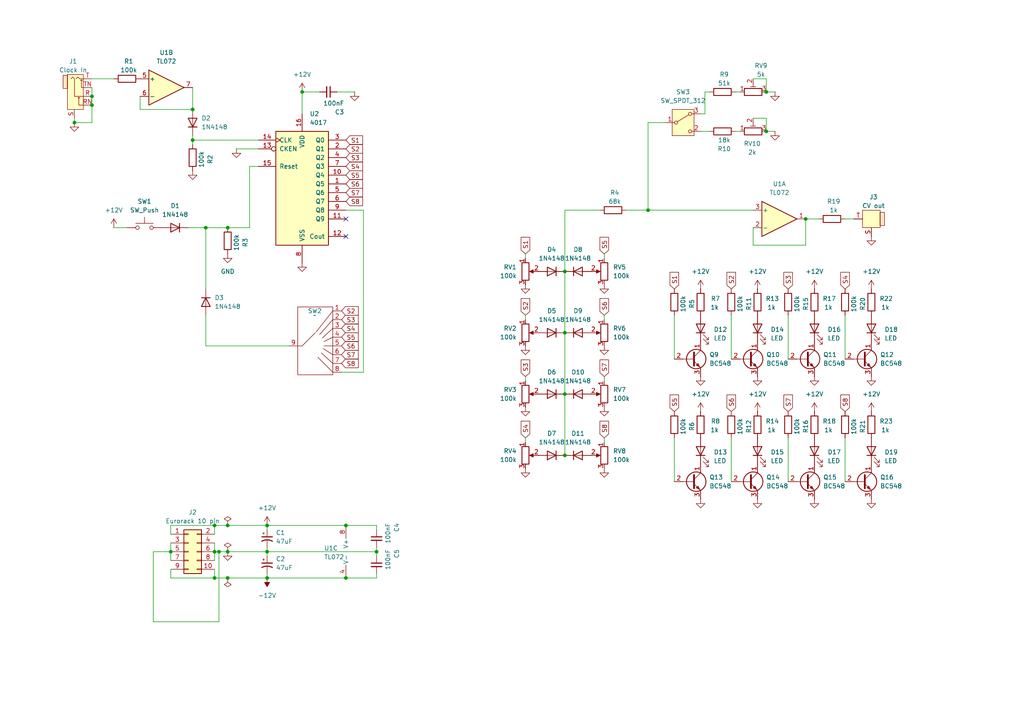
<source format=kicad_sch>
(kicad_sch (version 20250114) (generator "eeschema") (generator_version "9.0")
  (paper "A4")
  (junction (at 163.83 96.52))
  (junction (at 77.47 160.02))
  (junction (at 55.88 40.64))
  (junction (at 109.22 160.02))
  (junction (at 66.04 167.64))
  (junction (at 21.59 35.56))
  (junction (at 49.53 160.02))
  (junction (at 26.67 27.94))
  (junction (at 66.04 66.04))
  (junction (at 163.83 114.3))
  (junction (at 77.47 167.64))
  (junction (at 26.67 30.48))
  (junction (at 62.23 167.64))
  (junction (at 222.25 26.67))
  (junction (at 187.96 60.96))
  (junction (at 222.25 38.1))
  (junction (at 66.04 160.02))
  (junction (at 233.68 63.5))
  (junction (at 62.23 152.4))
  (junction (at 66.04 152.4))
  (junction (at 77.47 152.4))
  (junction (at 87.63 26.67))
  (junction (at 163.83 78.74))
  (junction (at 163.83 132.08))
  (junction (at 63.5 160.02))
  (junction (at 59.69 66.04))
  (junction (at 55.88 31.75))
  (junction (at 100.33 152.4))
  (junction (at 100.33 167.64))
  (junction (at 62.23 160.02))
  (no_connect (at 100.33 63.5))
  (no_connect (at 100.33 68.58))
  (wire (pts (xy 152.4 73.66) (xy 152.4 74.93)))
  (wire (pts (xy 233.68 71.12) (xy 233.68 63.5)))
  (wire (pts (xy 222.25 34.29) (xy 222.25 38.1)))
  (wire (pts (xy 163.83 78.74) (xy 163.83 60.96)))
  (wire (pts (xy 87.63 26.67) (xy 87.63 33.02)))
  (wire (pts (xy 62.23 167.64) (xy 62.23 165.1)))
  (wire (pts (xy 59.69 100.33) (xy 83.82 100.33)))
  (wire (pts (xy 218.44 66.04) (xy 218.44 71.12)))
  (wire (pts (xy 55.88 31.75) (xy 55.88 25.4)))
  (wire (pts (xy 102.87 26.67) (xy 97.79 26.67)))
  (wire (pts (xy 26.67 22.86) (xy 33.02 22.86)))
  (wire (pts (xy 77.47 158.75) (xy 77.47 160.02)))
  (wire (pts (xy 99.06 107.95) (xy 105.41 107.95)))
  (wire (pts (xy 63.5 160.02) (xy 66.04 160.02)))
  (wire (pts (xy 21.59 34.29) (xy 21.59 35.56)))
  (wire (pts (xy 204.47 26.67) (xy 204.47 33.02)))
  (wire (pts (xy 66.04 66.04) (xy 72.39 66.04)))
  (wire (pts (xy 109.22 166.37) (xy 109.22 167.64)))
  (wire (pts (xy 59.69 66.04) (xy 66.04 66.04)))
  (wire (pts (xy 100.33 152.4) (xy 109.22 152.4)))
  (wire (pts (xy 237.49 63.5) (xy 233.68 63.5)))
  (wire (pts (xy 62.23 160.02) (xy 62.23 162.56)))
  (wire (pts (xy 44.45 180.34) (xy 63.5 180.34)))
  (wire (pts (xy 26.67 25.4) (xy 26.67 27.94)))
  (wire (pts (xy 77.47 152.4) (xy 100.33 152.4)))
  (wire (pts (xy 26.67 30.48) (xy 26.67 35.56)))
  (wire (pts (xy 212.09 91.44) (xy 212.09 104.14)))
  (wire (pts (xy 152.4 109.22) (xy 152.4 110.49)))
  (wire (pts (xy 54.61 66.04) (xy 59.69 66.04)))
  (wire (pts (xy 49.53 160.02) (xy 44.45 160.02)))
  (wire (pts (xy 163.83 96.52) (xy 163.83 78.74)))
  (wire (pts (xy 105.41 60.96) (xy 105.41 107.95)))
  (wire (pts (xy 214.63 26.67) (xy 213.36 26.67)))
  (wire (pts (xy 245.11 127) (xy 245.11 139.7)))
  (wire (pts (xy 195.58 91.44) (xy 195.58 104.14)))
  (wire (pts (xy 187.96 35.56) (xy 187.96 60.96)))
  (wire (pts (xy 100.33 60.96) (xy 105.41 60.96)))
  (wire (pts (xy 66.04 167.64) (xy 77.47 167.64)))
  (wire (pts (xy 44.45 160.02) (xy 44.45 180.34)))
  (wire (pts (xy 163.83 114.3) (xy 163.83 96.52)))
  (wire (pts (xy 62.23 160.02) (xy 63.5 160.02)))
  (wire (pts (xy 175.26 73.66) (xy 175.26 74.93)))
  (wire (pts (xy 66.04 152.4) (xy 77.47 152.4)))
  (wire (pts (xy 187.96 60.96) (xy 218.44 60.96)))
  (wire (pts (xy 181.61 60.96) (xy 187.96 60.96)))
  (wire (pts (xy 205.74 38.1) (xy 203.2 38.1)))
  (wire (pts (xy 40.64 31.75) (xy 55.88 31.75)))
  (wire (pts (xy 163.83 114.3) (xy 163.83 132.08)))
  (wire (pts (xy 218.44 71.12) (xy 233.68 71.12)))
  (wire (pts (xy 152.4 127) (xy 152.4 128.27)))
  (wire (pts (xy 77.47 160.02) (xy 109.22 160.02)))
  (wire (pts (xy 66.04 167.64) (xy 62.23 167.64)))
  (wire (pts (xy 72.39 48.26) (xy 72.39 66.04)))
  (wire (pts (xy 59.69 66.04) (xy 59.69 83.82)))
  (wire (pts (xy 33.02 66.04) (xy 36.83 66.04)))
  (wire (pts (xy 212.09 127) (xy 212.09 139.7)))
  (wire (pts (xy 247.65 63.5) (xy 245.11 63.5)))
  (wire (pts (xy 62.23 157.48) (xy 62.23 160.02)))
  (wire (pts (xy 49.53 154.94) (xy 49.53 152.4)))
  (wire (pts (xy 228.6 127) (xy 228.6 139.7)))
  (wire (pts (xy 175.26 109.22) (xy 175.26 110.49)))
  (wire (pts (xy 49.53 157.48) (xy 49.53 160.02)))
  (wire (pts (xy 77.47 152.4) (xy 77.47 153.67)))
  (wire (pts (xy 77.47 167.64) (xy 100.33 167.64)))
  (wire (pts (xy 62.23 152.4) (xy 66.04 152.4)))
  (wire (pts (xy 109.22 158.75) (xy 109.22 160.02)))
  (wire (pts (xy 152.4 91.44) (xy 152.4 92.71)))
  (wire (pts (xy 26.67 27.94) (xy 26.67 30.48)))
  (wire (pts (xy 49.53 160.02) (xy 49.53 162.56)))
  (wire (pts (xy 92.71 26.67) (xy 87.63 26.67)))
  (wire (pts (xy 77.47 166.37) (xy 77.47 167.64)))
  (wire (pts (xy 245.11 91.44) (xy 245.11 104.14)))
  (wire (pts (xy 49.53 167.64) (xy 62.23 167.64)))
  (wire (pts (xy 228.6 91.44) (xy 228.6 104.14)))
  (wire (pts (xy 63.5 160.02) (xy 63.5 180.34)))
  (wire (pts (xy 175.26 91.44) (xy 175.26 92.71)))
  (wire (pts (xy 213.36 38.1) (xy 214.63 38.1)))
  (wire (pts (xy 49.53 152.4) (xy 62.23 152.4)))
  (wire (pts (xy 66.04 160.02) (xy 77.47 160.02)))
  (wire (pts (xy 55.88 41.91) (xy 55.88 40.64)))
  (wire (pts (xy 224.79 38.1) (xy 222.25 38.1)))
  (wire (pts (xy 59.69 91.44) (xy 59.69 100.33)))
  (wire (pts (xy 205.74 26.67) (xy 204.47 26.67)))
  (wire (pts (xy 68.58 43.18) (xy 74.93 43.18)))
  (wire (pts (xy 218.44 22.86) (xy 222.25 22.86)))
  (wire (pts (xy 72.39 48.26) (xy 74.93 48.26)))
  (wire (pts (xy 204.47 33.02) (xy 203.2 33.02)))
  (wire (pts (xy 62.23 152.4) (xy 62.23 154.94)))
  (wire (pts (xy 195.58 127) (xy 195.58 139.7)))
  (wire (pts (xy 55.88 39.37) (xy 55.88 40.64)))
  (wire (pts (xy 109.22 160.02) (xy 109.22 161.29)))
  (wire (pts (xy 163.83 60.96) (xy 173.99 60.96)))
  (wire (pts (xy 109.22 152.4) (xy 109.22 153.67)))
  (wire (pts (xy 49.53 165.1) (xy 49.53 167.64)))
  (wire (pts (xy 218.44 34.29) (xy 222.25 34.29)))
  (wire (pts (xy 40.64 27.94) (xy 40.64 31.75)))
  (wire (pts (xy 77.47 161.29) (xy 77.47 160.02)))
  (wire (pts (xy 175.26 127) (xy 175.26 128.27)))
  (wire (pts (xy 193.04 35.56) (xy 187.96 35.56)))
  (wire (pts (xy 21.59 35.56) (xy 26.67 35.56)))
  (wire (pts (xy 55.88 40.64) (xy 74.93 40.64)))
  (wire (pts (xy 224.79 26.67) (xy 222.25 26.67)))
  (wire (pts (xy 100.33 167.64) (xy 109.22 167.64)))
  (wire (pts (xy 222.25 22.86) (xy 222.25 26.67)))
  (global_label "S4" (shape input) (at 100.33 48.26 0) (property "Intersheetrefs" "${INTERSHEET_REFS}" (effects (hide yes))))
  (global_label "S5" (shape input) (at 195.58 119.38 90) (property "Intersheetrefs" "${INTERSHEET_REFS}" (effects (hide yes))))
  (global_label "S7" (shape input) (at 100.33 55.88 0) (property "Intersheetrefs" "${INTERSHEET_REFS}" (effects (hide yes))))
  (global_label "S7" (shape input) (at 228.6 119.38 90) (property "Intersheetrefs" "${INTERSHEET_REFS}" (effects (hide yes))))
  (global_label "S7" (shape input) (at 99.06 102.87 0) (property "Intersheetrefs" "${INTERSHEET_REFS}" (effects (hide yes))))
  (global_label "S4" (shape input) (at 99.06 95.25 0) (property "Intersheetrefs" "${INTERSHEET_REFS}" (effects (hide yes))))
  (global_label "S2" (shape input) (at 212.09 83.82 90) (property "Intersheetrefs" "${INTERSHEET_REFS}" (effects (hide yes))))
  (global_label "S3" (shape input) (at 99.06 92.71 0) (property "Intersheetrefs" "${INTERSHEET_REFS}" (effects (hide yes))))
  (global_label "S2" (shape input) (at 99.06 90.17 0) (property "Intersheetrefs" "${INTERSHEET_REFS}" (effects (hide yes))))
  (global_label "S3" (shape input) (at 100.33 45.72 0) (property "Intersheetrefs" "${INTERSHEET_REFS}" (effects (hide yes))))
  (global_label "S5" (shape input) (at 175.26 73.66 90) (property "Intersheetrefs" "${INTERSHEET_REFS}" (effects (hide yes))))
  (global_label "S5" (shape input) (at 100.33 50.8 0) (property "Intersheetrefs" "${INTERSHEET_REFS}" (effects (hide yes))))
  (global_label "S3" (shape input) (at 228.6 83.82 90) (property "Intersheetrefs" "${INTERSHEET_REFS}" (effects (hide yes))))
  (global_label "S1" (shape input) (at 195.58 83.82 90) (property "Intersheetrefs" "${INTERSHEET_REFS}" (effects (hide yes))))
  (global_label "S8" (shape input) (at 245.11 119.38 90) (property "Intersheetrefs" "${INTERSHEET_REFS}" (effects (hide yes))))
  (global_label "S4" (shape input) (at 245.11 83.82 90) (property "Intersheetrefs" "${INTERSHEET_REFS}" (effects (hide yes))))
  (global_label "S6" (shape input) (at 100.33 53.34 0) (property "Intersheetrefs" "${INTERSHEET_REFS}" (effects (hide yes))))
  (global_label "S6" (shape input) (at 175.26 91.44 90) (property "Intersheetrefs" "${INTERSHEET_REFS}" (effects (hide yes))))
  (global_label "S1" (shape input) (at 100.33 40.64 0) (property "Intersheetrefs" "${INTERSHEET_REFS}" (effects (hide yes))))
  (global_label "S6" (shape input) (at 99.06 100.33 0) (property "Intersheetrefs" "${INTERSHEET_REFS}" (effects (hide yes))))
  (global_label "S2" (shape input) (at 152.4 91.44 90) (property "Intersheetrefs" "${INTERSHEET_REFS}" (effects (hide yes))))
  (global_label "S1" (shape input) (at 152.4 73.66 90) (property "Intersheetrefs" "${INTERSHEET_REFS}" (effects (hide yes))))
  (global_label "S3" (shape input) (at 152.4 109.22 90) (property "Intersheetrefs" "${INTERSHEET_REFS}" (effects (hide yes))))
  (global_label "S5" (shape input) (at 99.06 97.79 0) (property "Intersheetrefs" "${INTERSHEET_REFS}" (effects (hide yes))))
  (global_label "S8" (shape input) (at 100.33 58.42 0) (property "Intersheetrefs" "${INTERSHEET_REFS}" (effects (hide yes))))
  (global_label "S8" (shape input) (at 99.06 105.41 0) (property "Intersheetrefs" "${INTERSHEET_REFS}" (effects (hide yes))))
  (global_label "S8" (shape input) (at 175.26 127 90) (property "Intersheetrefs" "${INTERSHEET_REFS}" (effects (hide yes))))
  (global_label "S7" (shape input) (at 175.26 109.22 90) (property "Intersheetrefs" "${INTERSHEET_REFS}" (effects (hide yes))))
  (global_label "S4" (shape input) (at 152.4 127 90) (property "Intersheetrefs" "${INTERSHEET_REFS}" (effects (hide yes))))
  (global_label "S6" (shape input) (at 212.09 119.38 90) (property "Intersheetrefs" "${INTERSHEET_REFS}" (effects (hide yes))))
  (global_label "S2" (shape input) (at 100.33 43.18 0) (property "Intersheetrefs" "${INTERSHEET_REFS}" (effects (hide yes))))
  (symbol (lib_id "Device:R") (at 203.2 123.19 0) (unit 1)
    (property "Reference" "R8" (at 207.518 122.174 0))
    (property "Value" "1k" (at 207.264 124.714 0))
    (property "Footprint" "Resistor_THT:R_Axial_DIN0207_L6.3mm_D2.5mm_P10.16mm_Horizontal" (effects (hide yes)))
    (property "Description" "Resistor" (effects (hide yes)))
  )
  (symbol (lib_id "Transistor_BJT:BC548") (at 250.19 104.14 0) (unit 1)
    (property "Reference" "Q12" (at 255.27 102.8699 0) (effects (justify left)))
    (property "Value" "BC548" (at 255.27 105.4099 0) (effects (justify left)))
    (property "Footprint" "Package_TO_SOT_THT:TO-92_Inline" (effects (hide yes)))
    (property "Datasheet" "https://www.onsemi.com/pub/Collateral/BC550-D.pdf" (effects (hide yes)))
    (property "Description" "0.1A Ic, 30V Vce, Small Signal NPN Transistor, TO-92" (effects (hide yes)))
  )
  (symbol (lib_id "Device:R") (at 212.09 123.19 0) (unit 1)
    (property "Reference" "R12" (at 217.17 123.698 90))
    (property "Value" "100k" (at 214.63 123.698 90))
    (property "Footprint" "Resistor_THT:R_Axial_DIN0207_L6.3mm_D2.5mm_P10.16mm_Horizontal" (effects (hide yes)))
    (property "Description" "Resistor" (effects (hide yes)))
  )
  (symbol (lib_id "Device:R_Potentiometer") (at 175.26 78.74 0) (mirror y) (unit 1)
    (property "Reference" "RV5" (at 177.8 77.4699 0) (effects (justify right)))
    (property "Value" "100k" (at 177.8 80.0099 0) (effects (justify right)))
    (property "Footprint" "Resistor_THT:R_Axial_DIN0207_L6.3mm_D2.5mm_P10.16mm_Horizontal" (effects (hide yes)))
    (property "Description" "Potentiometer" (effects (hide yes)))
  )
  (symbol (lib_id "Transistor_BJT:BC548") (at 200.66 139.7 0) (unit 1)
    (property "Reference" "Q13" (at 205.74 138.4299 0) (effects (justify left)))
    (property "Value" "BC548" (at 205.74 140.9699 0) (effects (justify left)))
    (property "Footprint" "Package_TO_SOT_THT:TO-92_Inline" (effects (hide yes)))
    (property "Datasheet" "https://www.onsemi.com/pub/Collateral/BC550-D.pdf" (effects (hide yes)))
    (property "Description" "0.1A Ic, 30V Vce, Small Signal NPN Transistor, TO-92" (effects (hide yes)))
  )
  (symbol (lib_id "Device:C_Small") (at 95.25 26.67 270) (unit 1)
    (property "Reference" "C3" (at 99.822 32.512 90) (effects (justify right)))
    (property "Value" "100nF" (at 99.822 29.972 90) (effects (justify right)))
    (property "Footprint" "Capacitor_THT:C_Disc_D6.0mm_W2.5mm_P5.00mm" (effects (hide yes)))
    (property "Description" "Unpolarized capacitor, small symbol" (effects (hide yes)))
  )
  (symbol (lib_id "Device:R") (at 236.22 123.19 0) (unit 1)
    (property "Reference" "R18" (at 240.538 122.174 0))
    (property "Value" "1k" (at 240.284 124.714 0))
    (property "Footprint" "Resistor_THT:R_Axial_DIN0207_L6.3mm_D2.5mm_P10.16mm_Horizontal" (effects (hide yes)))
    (property "Description" "Resistor" (effects (hide yes)))
  )
  (symbol (lib_id "power:+12V") (at 33.02 66.04 0) (unit 1)
    (property "Reference" "#PWR02" (effects (hide yes)))
    (property "Value" "+12V" (at 33.02 60.96 0))
    (property "Description" "Power symbol creates a global label with name \"+12V\"" (effects (hide yes)))
  )
  (symbol (lib_id "power:GND") (at 152.4 118.11 0) (unit 1)
    (property "Reference" "#PWR014" (effects (hide yes)))
    (property "Value" "GND" (effects (hide yes)))
    (property "Description" "Power symbol creates a global label with name \"GND\" , ground" (effects (hide yes)))
  )
  (symbol (lib_id "Switch:SW_SPDT_312") (at 198.12 35.56 0) (unit 1)
    (property "Reference" "SW3" (at 198.12 26.67 0))
    (property "Value" "SW_SPDT_312" (at 198.12 29.21 0))
    (property "Footprint" "cynthia:mini switch" (effects (hide yes)))
    (property "Description" "Switch, single pole double throw" (effects (hide yes)))
  )
  (symbol (lib_id "Device:R") (at 212.09 87.63 0) (unit 1)
    (property "Reference" "R11" (at 217.17 88.138 90))
    (property "Value" "100k" (at 214.63 88.138 90))
    (property "Footprint" "Resistor_THT:R_Axial_DIN0207_L6.3mm_D2.5mm_P10.16mm_Horizontal" (effects (hide yes)))
    (property "Description" "Resistor" (effects (hide yes)))
  )
  (symbol (lib_id "power:PWR_FLAG") (at 66.04 167.64 180) (unit 1)
    (property "Reference" "#FLG03" (effects (hide yes)))
    (property "Value" "PWR_FLAG" (effects (hide yes)))
    (property "Description" "Special symbol for telling ERC where power comes from" (effects (hide yes)))
  )
  (symbol (lib_id "cynthia:mini_rotary_switch 8 positions") (at 91.44 100.33 0) (unit 1)
    (property "Reference" "SW2" (at 91.313 90.17 0))
    (property "Value" "~" (at 91.313 91.44 0))
    (property "Footprint" "cynthia:mini rotary switch 8 positions" (effects (hide yes)))
  )
  (symbol (lib_id "power:GND") (at 55.88 49.53 0) (unit 1)
    (property "Reference" "#PWR03" (effects (hide yes)))
    (property "Value" "GND" (effects (hide yes)))
    (property "Description" "Power symbol creates a global label with name \"GND\" , ground" (effects (hide yes)))
  )
  (symbol (lib_id "Device:R") (at 228.6 123.19 0) (unit 1)
    (property "Reference" "R16" (at 233.68 123.698 90))
    (property "Value" "100k" (at 231.14 123.698 90))
    (property "Footprint" "Resistor_THT:R_Axial_DIN0207_L6.3mm_D2.5mm_P10.16mm_Horizontal" (effects (hide yes)))
    (property "Description" "Resistor" (effects (hide yes)))
  )
  (symbol (lib_id "cynthia:6.35_mm_jack_socket_stereo_switched") (at 21.59 24.13 0) (unit 1)
    (property "Reference" "J1" (at 21.209 17.78 0))
    (property "Value" "Clock In" (at 21.209 20.32 0))
    (property "Footprint" "cynthia:6.35 mm jack socket stereo switched" (effects (hide yes)))
  )
  (symbol (lib_id "Device:D") (at 167.64 114.3 0) (mirror x) (unit 1)
    (property "Reference" "D10" (at 167.64 107.95 0))
    (property "Value" "1N4148" (at 167.64 110.49 0))
    (property "Footprint" "Diode_THT:D_A-405_P7.62mm_Horizontal" (effects (hide yes)))
    (property "Description" "Diode" (effects (hide yes)))
    (property "Sim.Device" "D" (effects (hide yes)))
    (property "Sim.Pins" "1=K 2=A" (effects (hide yes)))
  )
  (symbol (lib_id "power:GND") (at 66.04 73.66 0) (unit 1)
    (property "Reference" "#PWR04" (effects (hide yes)))
    (property "Value" "GND" (at 66.04 78.74 0))
    (property "Description" "Power symbol creates a global label with name \"GND\" , ground" (effects (hide yes)))
  )
  (symbol (lib_id "Device:R") (at 245.11 87.63 0) (unit 1)
    (property "Reference" "R20" (at 250.19 88.138 90))
    (property "Value" "100k" (at 247.65 88.138 90))
    (property "Footprint" "Resistor_THT:R_Axial_DIN0207_L6.3mm_D2.5mm_P10.16mm_Horizontal" (effects (hide yes)))
    (property "Description" "Resistor" (effects (hide yes)))
  )
  (symbol (lib_id "power:+12V") (at 236.22 83.82 0) (unit 1)
    (property "Reference" "#PWR030" (effects (hide yes)))
    (property "Value" "+12V" (at 236.22 78.74 0))
    (property "Description" "Power symbol creates a global label with name \"+12V\"" (effects (hide yes)))
  )
  (symbol (lib_id "Device:D") (at 160.02 114.3 180) (unit 1)
    (property "Reference" "D6" (at 160.02 107.95 0))
    (property "Value" "1N4148" (at 160.02 110.49 0))
    (property "Footprint" "Diode_THT:D_A-405_P7.62mm_Horizontal" (effects (hide yes)))
    (property "Description" "Diode" (effects (hide yes)))
    (property "Sim.Device" "D" (effects (hide yes)))
    (property "Sim.Pins" "1=K 2=A" (effects (hide yes)))
  )
  (symbol (lib_id "Device:R_Potentiometer") (at 152.4 114.3 0) (unit 1)
    (property "Reference" "RV3" (at 149.86 113.0299 0) (effects (justify right)))
    (property "Value" "100k" (at 149.86 115.5699 0) (effects (justify right)))
    (property "Footprint" "Resistor_THT:R_Axial_DIN0207_L6.3mm_D2.5mm_P10.16mm_Horizontal" (effects (hide yes)))
    (property "Description" "Potentiometer" (effects (hide yes)))
  )
  (symbol (lib_id "power:+12V") (at 236.22 119.38 0) (unit 1)
    (property "Reference" "#PWR032" (effects (hide yes)))
    (property "Value" "+12V" (at 236.22 114.3 0))
    (property "Description" "Power symbol creates a global label with name \"+12V\"" (effects (hide yes)))
  )
  (symbol (lib_id "Transistor_BJT:BC548") (at 217.17 139.7 0) (unit 1)
    (property "Reference" "Q14" (at 222.25 138.4299 0) (effects (justify left)))
    (property "Value" "BC548" (at 222.25 140.9699 0) (effects (justify left)))
    (property "Footprint" "Package_TO_SOT_THT:TO-92_Inline" (effects (hide yes)))
    (property "Datasheet" "https://www.onsemi.com/pub/Collateral/BC550-D.pdf" (effects (hide yes)))
    (property "Description" "0.1A Ic, 30V Vce, Small Signal NPN Transistor, TO-92" (effects (hide yes)))
  )
  (symbol (lib_id "power:GND") (at 152.4 82.55 0) (unit 1)
    (property "Reference" "#PWR012" (effects (hide yes)))
    (property "Value" "GND" (effects (hide yes)))
    (property "Description" "Power symbol creates a global label with name \"GND\" , ground" (effects (hide yes)))
  )
  (symbol (lib_id "power:PWR_FLAG") (at 66.04 152.4 0) (unit 1)
    (property "Reference" "#FLG01" (effects (hide yes)))
    (property "Value" "PWR_FLAG" (effects (hide yes)))
    (property "Description" "Special symbol for telling ERC where power comes from" (effects (hide yes)))
  )
  (symbol (lib_id "Device:D") (at 160.02 96.52 180) (unit 1)
    (property "Reference" "D5" (at 160.02 90.17 0))
    (property "Value" "1N4148" (at 160.02 92.71 0))
    (property "Footprint" "Diode_THT:D_A-405_P7.62mm_Horizontal" (effects (hide yes)))
    (property "Description" "Diode" (effects (hide yes)))
    (property "Sim.Device" "D" (effects (hide yes)))
    (property "Sim.Pins" "1=K 2=A" (effects (hide yes)))
  )
  (symbol (lib_id "Device:R") (at 245.11 123.19 0) (unit 1)
    (property "Reference" "R21" (at 250.19 123.698 90))
    (property "Value" "100k" (at 247.65 123.698 90))
    (property "Footprint" "Resistor_THT:R_Axial_DIN0207_L6.3mm_D2.5mm_P10.16mm_Horizontal" (effects (hide yes)))
    (property "Description" "Resistor" (effects (hide yes)))
  )
  (symbol (lib_id "power:GND") (at 252.73 144.78 0) (unit 1)
    (property "Reference" "#PWR038" (effects (hide yes)))
    (property "Value" "GND" (effects (hide yes)))
    (property "Description" "Power symbol creates a global label with name \"GND\" , ground" (effects (hide yes)))
  )
  (symbol (lib_id "Device:LED") (at 219.71 130.81 90) (unit 1)
    (property "Reference" "D15" (at 223.52 131.1274 90) (effects (justify right)))
    (property "Value" "LED" (at 223.52 133.6674 90) (effects (justify right)))
    (property "Footprint" "LED_THT:LED_D5.0mm" (effects (hide yes)))
    (property "Description" "Light emitting diode" (effects (hide yes)))
    (property "Sim.Pins" "1=K 2=A" (effects (hide yes)))
  )
  (symbol (lib_id "Device:D") (at 160.02 78.74 180) (unit 1)
    (property "Reference" "D4" (at 160.02 72.39 0))
    (property "Value" "1N4148" (at 160.02 74.93 0))
    (property "Footprint" "Diode_THT:D_A-405_P7.62mm_Horizontal" (effects (hide yes)))
    (property "Description" "Diode" (effects (hide yes)))
    (property "Sim.Device" "D" (effects (hide yes)))
    (property "Sim.Pins" "1=K 2=A" (effects (hide yes)))
  )
  (symbol (lib_id "power:GND") (at 252.73 68.58 0) (unit 1)
    (property "Reference" "#PWR034" (effects (hide yes)))
    (property "Value" "GND" (effects (hide yes)))
    (property "Description" "Power symbol creates a global label with name \"GND\" , ground" (effects (hide yes)))
  )
  (symbol (lib_id "Device:R") (at 219.71 123.19 0) (unit 1)
    (property "Reference" "R14" (at 224.028 122.174 0))
    (property "Value" "1k" (at 223.774 124.714 0))
    (property "Footprint" "Resistor_THT:R_Axial_DIN0207_L6.3mm_D2.5mm_P10.16mm_Horizontal" (effects (hide yes)))
    (property "Description" "Resistor" (effects (hide yes)))
  )
  (symbol (lib_id "Device:R_Potentiometer") (at 175.26 96.52 0) (mirror y) (unit 1)
    (property "Reference" "RV6" (at 177.8 95.2499 0) (effects (justify right)))
    (property "Value" "100k" (at 177.8 97.7899 0) (effects (justify right)))
    (property "Footprint" "Resistor_THT:R_Axial_DIN0207_L6.3mm_D2.5mm_P10.16mm_Horizontal" (effects (hide yes)))
    (property "Description" "Potentiometer" (effects (hide yes)))
  )
  (symbol (lib_id "power:GND") (at 102.87 26.67 0) (unit 1)
    (property "Reference" "#PWR011" (effects (hide yes)))
    (property "Value" "GND" (effects (hide yes)))
    (property "Description" "Power symbol creates a global label with name \"GND\" , ground" (effects (hide yes)))
  )
  (symbol (lib_id "power:GND") (at 219.71 144.78 0) (unit 1)
    (property "Reference" "#PWR027" (effects (hide yes)))
    (property "Value" "GND" (effects (hide yes)))
    (property "Description" "Power symbol creates a global label with name \"GND\" , ground" (effects (hide yes)))
  )
  (symbol (lib_id "Device:D") (at 55.88 35.56 90) (unit 1)
    (property "Reference" "D2" (at 58.42 34.2899 90) (effects (justify right)))
    (property "Value" "1N4148" (at 58.42 36.8299 90) (effects (justify right)))
    (property "Footprint" "Diode_THT:D_A-405_P7.62mm_Horizontal" (effects (hide yes)))
    (property "Description" "Diode" (effects (hide yes)))
    (property "Sim.Device" "D" (effects (hide yes)))
    (property "Sim.Pins" "1=K 2=A" (effects (hide yes)))
  )
  (symbol (lib_id "power:GND") (at 203.2 109.22 0) (unit 1)
    (property "Reference" "#PWR021" (effects (hide yes)))
    (property "Value" "GND" (effects (hide yes)))
    (property "Description" "Power symbol creates a global label with name \"GND\" , ground" (effects (hide yes)))
  )
  (symbol (lib_id "power:GND") (at 252.73 109.22 0) (unit 1)
    (property "Reference" "#PWR036" (effects (hide yes)))
    (property "Value" "GND" (effects (hide yes)))
    (property "Description" "Power symbol creates a global label with name \"GND\" , ground" (effects (hide yes)))
  )
  (symbol (lib_id "Device:R") (at 177.8 60.96 90) (unit 1)
    (property "Reference" "R4" (at 178.308 55.88 90))
    (property "Value" "68k" (at 178.308 58.42 90))
    (property "Footprint" "Resistor_THT:R_Axial_DIN0207_L6.3mm_D2.5mm_P10.16mm_Horizontal" (effects (hide yes)))
    (property "Description" "Resistor" (effects (hide yes)))
  )
  (symbol (lib_id "power:GND") (at 219.71 109.22 0) (unit 1)
    (property "Reference" "#PWR025" (effects (hide yes)))
    (property "Value" "GND" (effects (hide yes)))
    (property "Description" "Power symbol creates a global label with name \"GND\" , ground" (effects (hide yes)))
  )
  (symbol (lib_id "cynthia:6.35_mm_jack_socket_mono") (at 252.73 63.5 0) (mirror y) (unit 1)
    (property "Reference" "J3" (at 253.365 57.15 0))
    (property "Value" "CV out" (at 253.365 59.69 0))
    (property "Footprint" "cynthia:6.35 mm jack socket mono in 3 pin socket tip pin west" (effects (hide yes)))
  )
  (symbol (lib_id "Device:R") (at 195.58 87.63 0) (unit 1)
    (property "Reference" "R5" (at 200.66 88.138 90))
    (property "Value" "100k" (at 198.12 88.138 90))
    (property "Footprint" "Resistor_THT:R_Axial_DIN0207_L6.3mm_D2.5mm_P10.16mm_Horizontal" (effects (hide yes)))
    (property "Description" "Resistor" (effects (hide yes)))
  )
  (symbol (lib_id "Transistor_BJT:BC548") (at 233.68 139.7 0) (unit 1)
    (property "Reference" "Q15" (at 238.76 138.4299 0) (effects (justify left)))
    (property "Value" "BC548" (at 238.76 140.9699 0) (effects (justify left)))
    (property "Footprint" "Package_TO_SOT_THT:TO-92_Inline" (effects (hide yes)))
    (property "Datasheet" "https://www.onsemi.com/pub/Collateral/BC550-D.pdf" (effects (hide yes)))
    (property "Description" "0.1A Ic, 30V Vce, Small Signal NPN Transistor, TO-92" (effects (hide yes)))
  )
  (symbol (lib_id "Transistor_BJT:BC548") (at 250.19 139.7 0) (unit 1)
    (property "Reference" "Q16" (at 255.27 138.4299 0) (effects (justify left)))
    (property "Value" "BC548" (at 255.27 140.9699 0) (effects (justify left)))
    (property "Footprint" "Package_TO_SOT_THT:TO-92_Inline" (effects (hide yes)))
    (property "Datasheet" "https://www.onsemi.com/pub/Collateral/BC550-D.pdf" (effects (hide yes)))
    (property "Description" "0.1A Ic, 30V Vce, Small Signal NPN Transistor, TO-92" (effects (hide yes)))
  )
  (symbol (lib_id "power:GND") (at 21.59 35.56 0) (unit 1)
    (property "Reference" "#PWR01" (effects (hide yes)))
    (property "Value" "GND" (effects (hide yes)))
    (property "Description" "Power symbol creates a global label with name \"GND\" , ground" (effects (hide yes)))
  )
  (symbol (lib_id "power:GND") (at 175.26 100.33 0) (mirror y) (unit 1)
    (property "Reference" "#PWR017" (effects (hide yes)))
    (property "Value" "GND" (effects (hide yes)))
    (property "Description" "Power symbol creates a global label with name \"GND\" , ground" (effects (hide yes)))
  )
  (symbol (lib_id "Device:D") (at 167.64 96.52 0) (mirror x) (unit 1)
    (property "Reference" "D9" (at 167.64 90.17 0))
    (property "Value" "1N4148" (at 167.64 92.71 0))
    (property "Footprint" "Diode_THT:D_A-405_P7.62mm_Horizontal" (effects (hide yes)))
    (property "Description" "Diode" (effects (hide yes)))
    (property "Sim.Device" "D" (effects (hide yes)))
    (property "Sim.Pins" "1=K 2=A" (effects (hide yes)))
  )
  (symbol (lib_id "power:GND") (at 175.26 118.11 0) (mirror y) (unit 1)
    (property "Reference" "#PWR018" (effects (hide yes)))
    (property "Value" "GND" (effects (hide yes)))
    (property "Description" "Power symbol creates a global label with name \"GND\" , ground" (effects (hide yes)))
  )
  (symbol (lib_id "Amplifier_Operational:TL072") (at 102.87 160.02 0) (unit 3)
    (property "Reference" "U1" (at 93.98 159.004 0) (effects (justify left)))
    (property "Value" "TL072" (at 93.98 161.544 0) (effects (justify left)))
    (property "Footprint" "Package_DIP:DIP-8_W7.62mm_Socket" (effects (hide yes)))
    (property "Datasheet" "http://www.ti.com/lit/ds/symlink/tl071.pdf" (effects (hide yes)))
    (property "Description" "Dual Low-Noise JFET-Input Operational Amplifiers, DIP-8/SOIC-8" (effects (hide yes)))
  )
  (symbol (lib_id "Device:R_Potentiometer") (at 175.26 132.08 0) (mirror y) (unit 1)
    (property "Reference" "RV8" (at 177.8 130.8099 0) (effects (justify right)))
    (property "Value" "100k" (at 177.8 133.3499 0) (effects (justify right)))
    (property "Footprint" "Resistor_THT:R_Axial_DIN0207_L6.3mm_D2.5mm_P10.16mm_Horizontal" (effects (hide yes)))
    (property "Description" "Potentiometer" (effects (hide yes)))
  )
  (symbol (lib_id "power:GND") (at 66.04 160.02 0) (unit 1)
    (property "Reference" "#PWR05" (effects (hide yes)))
    (property "Value" "GND" (effects (hide yes)))
    (property "Description" "Power symbol creates a global label with name \"GND\" , ground" (effects (hide yes)))
  )
  (symbol (lib_id "Device:C_Small") (at 109.22 156.21 0) (unit 1)
    (property "Reference" "C4" (at 115.062 151.638 90) (effects (justify right)))
    (property "Value" "100nF" (at 112.522 151.638 90) (effects (justify right)))
    (property "Footprint" "Capacitor_THT:C_Disc_D6.0mm_W2.5mm_P5.00mm" (effects (hide yes)))
    (property "Description" "Unpolarized capacitor, small symbol" (effects (hide yes)))
  )
  (symbol (lib_id "Device:R") (at 55.88 45.72 0) (unit 1)
    (property "Reference" "R2" (at 60.96 46.228 90))
    (property "Value" "100k" (at 58.42 46.228 90))
    (property "Footprint" "Resistor_THT:R_Axial_DIN0207_L6.3mm_D2.5mm_P10.16mm_Horizontal" (effects (hide yes)))
    (property "Description" "Resistor" (effects (hide yes)))
  )
  (symbol (lib_id "power:+12V") (at 87.63 26.67 0) (unit 1)
    (property "Reference" "#PWR09" (effects (hide yes)))
    (property "Value" "+12V" (at 87.63 21.59 0))
    (property "Description" "Power symbol creates a global label with name \"+12V\"" (effects (hide yes)))
  )
  (symbol (lib_id "Connector_Generic:Conn_02x05_Odd_Even") (at 54.61 160.02 0) (unit 1)
    (property "Reference" "J2" (at 55.88 148.59 0))
    (property "Value" "Eurorack 10 pin" (at 55.88 151.13 0))
    (property "Footprint" "Connector_PinHeader_2.54mm:PinHeader_2x05_P2.54mm_Vertical" (effects (hide yes)))
    (property "Description" "Generic connector, double row, 02x05, odd/even pin numbering scheme (row 1 odd numbers, row 2 even numbers), script generated (kicad-library-utils/schlib/autogen/connector/)" (effects (hide yes)))
  )
  (symbol (lib_id "Device:R") (at 209.55 26.67 90) (unit 1)
    (property "Reference" "R9" (at 210.058 21.59 90))
    (property "Value" "51k" (at 210.058 24.13 90))
    (property "Footprint" "Resistor_THT:R_Axial_DIN0207_L6.3mm_D2.5mm_P10.16mm_Horizontal" (effects (hide yes)))
    (property "Description" "Resistor" (effects (hide yes)))
  )
  (symbol (lib_id "Device:R_Potentiometer") (at 175.26 114.3 0) (mirror y) (unit 1)
    (property "Reference" "RV7" (at 177.8 113.0299 0) (effects (justify right)))
    (property "Value" "100k" (at 177.8 115.5699 0) (effects (justify right)))
    (property "Footprint" "Resistor_THT:R_Axial_DIN0207_L6.3mm_D2.5mm_P10.16mm_Horizontal" (effects (hide yes)))
    (property "Description" "Potentiometer" (effects (hide yes)))
  )
  (symbol (lib_id "power:GND") (at 236.22 144.78 0) (unit 1)
    (property "Reference" "#PWR033" (effects (hide yes)))
    (property "Value" "GND" (effects (hide yes)))
    (property "Description" "Power symbol creates a global label with name \"GND\" , ground" (effects (hide yes)))
  )
  (symbol (lib_id "Device:R") (at 228.6 87.63 0) (unit 1)
    (property "Reference" "R15" (at 233.68 88.138 90))
    (property "Value" "100k" (at 231.14 88.138 90))
    (property "Footprint" "Resistor_THT:R_Axial_DIN0207_L6.3mm_D2.5mm_P10.16mm_Horizontal" (effects (hide yes)))
    (property "Description" "Resistor" (effects (hide yes)))
  )
  (symbol (lib_id "Device:R_Potentiometer") (at 152.4 78.74 0) (unit 1)
    (property "Reference" "RV1" (at 149.86 77.4699 0) (effects (justify right)))
    (property "Value" "100k" (at 149.86 80.0099 0) (effects (justify right)))
    (property "Footprint" "Resistor_THT:R_Axial_DIN0207_L6.3mm_D2.5mm_P10.16mm_Horizontal" (effects (hide yes)))
    (property "Description" "Potentiometer" (effects (hide yes)))
  )
  (symbol (lib_id "Device:C_Small") (at 109.22 163.83 0) (unit 1)
    (property "Reference" "C5" (at 115.062 159.258 90) (effects (justify right)))
    (property "Value" "100nF" (at 112.522 159.258 90) (effects (justify right)))
    (property "Footprint" "Capacitor_THT:C_Disc_D6.0mm_W2.5mm_P5.00mm" (effects (hide yes)))
    (property "Description" "Unpolarized capacitor, small symbol" (effects (hide yes)))
  )
  (symbol (lib_id "Device:LED") (at 252.73 130.81 90) (unit 1)
    (property "Reference" "D19" (at 256.54 131.1274 90) (effects (justify right)))
    (property "Value" "LED" (at 256.54 133.6674 90) (effects (justify right)))
    (property "Footprint" "LED_THT:LED_D5.0mm" (effects (hide yes)))
    (property "Description" "Light emitting diode" (effects (hide yes)))
    (property "Sim.Pins" "1=K 2=A" (effects (hide yes)))
  )
  (symbol (lib_id "Device:R_Potentiometer") (at 152.4 96.52 0) (unit 1)
    (property "Reference" "RV2" (at 149.86 95.2499 0) (effects (justify right)))
    (property "Value" "100k" (at 149.86 97.7899 0) (effects (justify right)))
    (property "Footprint" "Resistor_THT:R_Axial_DIN0207_L6.3mm_D2.5mm_P10.16mm_Horizontal" (effects (hide yes)))
    (property "Description" "Potentiometer" (effects (hide yes)))
  )
  (symbol (lib_id "Device:LED") (at 252.73 95.25 90) (unit 1)
    (property "Reference" "D18" (at 256.54 95.5674 90) (effects (justify right)))
    (property "Value" "LED" (at 256.54 98.1074 90) (effects (justify right)))
    (property "Footprint" "LED_THT:LED_D5.0mm" (effects (hide yes)))
    (property "Description" "Light emitting diode" (effects (hide yes)))
    (property "Sim.Pins" "1=K 2=A" (effects (hide yes)))
  )
  (symbol (lib_id "Device:R") (at 252.73 87.63 0) (unit 1)
    (property "Reference" "R22" (at 257.048 86.614 0))
    (property "Value" "1k" (at 256.794 89.154 0))
    (property "Footprint" "Resistor_THT:R_Axial_DIN0207_L6.3mm_D2.5mm_P10.16mm_Horizontal" (effects (hide yes)))
    (property "Description" "Resistor" (effects (hide yes)))
  )
  (symbol (lib_id "Transistor_BJT:BC548") (at 233.68 104.14 0) (unit 1)
    (property "Reference" "Q11" (at 238.76 102.8699 0) (effects (justify left)))
    (property "Value" "BC548" (at 238.76 105.4099 0) (effects (justify left)))
    (property "Footprint" "Package_TO_SOT_THT:TO-92_Inline" (effects (hide yes)))
    (property "Datasheet" "https://www.onsemi.com/pub/Collateral/BC550-D.pdf" (effects (hide yes)))
    (property "Description" "0.1A Ic, 30V Vce, Small Signal NPN Transistor, TO-92" (effects (hide yes)))
  )
  (symbol (lib_id "Amplifier_Operational:TL072") (at 226.06 63.5 0) (unit 1)
    (property "Reference" "U1" (at 226.06 53.34 0))
    (property "Value" "TL072" (at 226.06 55.88 0))
    (property "Footprint" "Package_DIP:DIP-8_W7.62mm_Socket" (effects (hide yes)))
    (property "Datasheet" "http://www.ti.com/lit/ds/symlink/tl071.pdf" (effects (hide yes)))
    (property "Description" "Dual Low-Noise JFET-Input Operational Amplifiers, DIP-8/SOIC-8" (effects (hide yes)))
  )
  (symbol (lib_id "power:+12V") (at 219.71 119.38 0) (unit 1)
    (property "Reference" "#PWR026" (effects (hide yes)))
    (property "Value" "+12V" (at 219.71 114.3 0))
    (property "Description" "Power symbol creates a global label with name \"+12V\"" (effects (hide yes)))
  )
  (symbol (lib_id "power:GND") (at 87.63 76.2 0) (unit 1)
    (property "Reference" "#PWR010" (effects (hide yes)))
    (property "Value" "GND" (effects (hide yes)))
    (property "Description" "Power symbol creates a global label with name \"GND\" , ground" (effects (hide yes)))
  )
  (symbol (lib_id "Transistor_BJT:BC548") (at 200.66 104.14 0) (unit 1)
    (property "Reference" "Q9" (at 205.74 102.8699 0) (effects (justify left)))
    (property "Value" "BC548" (at 205.74 105.4099 0) (effects (justify left)))
    (property "Footprint" "Package_TO_SOT_THT:TO-92_Inline" (effects (hide yes)))
    (property "Datasheet" "https://www.onsemi.com/pub/Collateral/BC550-D.pdf" (effects (hide yes)))
    (property "Description" "0.1A Ic, 30V Vce, Small Signal NPN Transistor, TO-92" (effects (hide yes)))
  )
  (symbol (lib_id "power:+12V") (at 252.73 119.38 0) (unit 1)
    (property "Reference" "#PWR037" (effects (hide yes)))
    (property "Value" "+12V" (at 252.73 114.3 0))
    (property "Description" "Power symbol creates a global label with name \"+12V\"" (effects (hide yes)))
  )
  (symbol (lib_id "Device:LED") (at 236.22 95.25 90) (unit 1)
    (property "Reference" "D16" (at 240.03 95.5674 90) (effects (justify right)))
    (property "Value" "LED" (at 240.03 98.1074 90) (effects (justify right)))
    (property "Footprint" "LED_THT:LED_D5.0mm" (effects (hide yes)))
    (property "Description" "Light emitting diode" (effects (hide yes)))
    (property "Sim.Pins" "1=K 2=A" (effects (hide yes)))
  )
  (symbol (lib_id "Device:D") (at 50.8 66.04 180) (unit 1)
    (property "Reference" "D1" (at 50.8 59.69 0))
    (property "Value" "1N4148" (at 50.8 62.23 0))
    (property "Footprint" "Diode_THT:D_A-405_P7.62mm_Horizontal" (effects (hide yes)))
    (property "Description" "Diode" (effects (hide yes)))
    (property "Sim.Device" "D" (effects (hide yes)))
    (property "Sim.Pins" "1=K 2=A" (effects (hide yes)))
  )
  (symbol (lib_id "power:+12V") (at 219.71 83.82 0) (unit 1)
    (property "Reference" "#PWR024" (effects (hide yes)))
    (property "Value" "+12V" (at 219.71 78.74 0))
    (property "Description" "Power symbol creates a global label with name \"+12V\"" (effects (hide yes)))
  )
  (symbol (lib_id "Device:R_Potentiometer") (at 152.4 132.08 0) (unit 1)
    (property "Reference" "RV4" (at 149.86 130.8099 0) (effects (justify right)))
    (property "Value" "100k" (at 149.86 133.3499 0) (effects (justify right)))
    (property "Footprint" "Resistor_THT:R_Axial_DIN0207_L6.3mm_D2.5mm_P10.16mm_Horizontal" (effects (hide yes)))
    (property "Description" "Potentiometer" (effects (hide yes)))
  )
  (symbol (lib_id "power:PWR_FLAG") (at 66.04 160.02 0) (unit 1)
    (property "Reference" "#FLG02" (effects (hide yes)))
    (property "Value" "PWR_FLAG" (effects (hide yes)))
    (property "Description" "Special symbol for telling ERC where power comes from" (effects (hide yes)))
  )
  (symbol (lib_id "Device:R") (at 219.71 87.63 0) (unit 1)
    (property "Reference" "R13" (at 224.028 86.614 0))
    (property "Value" "1k" (at 223.774 89.154 0))
    (property "Footprint" "Resistor_THT:R_Axial_DIN0207_L6.3mm_D2.5mm_P10.16mm_Horizontal" (effects (hide yes)))
    (property "Description" "Resistor" (effects (hide yes)))
  )
  (symbol (lib_id "power:GND") (at 224.79 26.67 0) (unit 1)
    (property "Reference" "#PWR028" (effects (hide yes)))
    (property "Value" "GND" (effects (hide yes)))
    (property "Description" "Power symbol creates a global label with name \"GND\" , ground" (effects (hide yes)))
  )
  (symbol (lib_id "Device:D") (at 160.02 132.08 180) (unit 1)
    (property "Reference" "D7" (at 160.02 125.73 0))
    (property "Value" "1N4148" (at 160.02 128.27 0))
    (property "Footprint" "Diode_THT:D_A-405_P7.62mm_Horizontal" (effects (hide yes)))
    (property "Description" "Diode" (effects (hide yes)))
    (property "Sim.Device" "D" (effects (hide yes)))
    (property "Sim.Pins" "1=K 2=A" (effects (hide yes)))
  )
  (symbol (lib_id "Device:D") (at 59.69 87.63 270) (unit 1)
    (property "Reference" "D3" (at 62.23 86.3599 90) (effects (justify left)))
    (property "Value" "1N4148" (at 62.23 88.8999 90) (effects (justify left)))
    (property "Footprint" "Diode_THT:D_A-405_P7.62mm_Horizontal" (effects (hide yes)))
    (property "Description" "Diode" (effects (hide yes)))
    (property "Sim.Device" "D" (effects (hide yes)))
    (property "Sim.Pins" "1=K 2=A" (effects (hide yes)))
  )
  (symbol (lib_id "Device:D") (at 167.64 132.08 0) (mirror x) (unit 1)
    (property "Reference" "D11" (at 167.64 125.73 0))
    (property "Value" "1N4148" (at 167.64 128.27 0))
    (property "Footprint" "Diode_THT:D_A-405_P7.62mm_Horizontal" (effects (hide yes)))
    (property "Description" "Diode" (effects (hide yes)))
    (property "Sim.Device" "D" (effects (hide yes)))
    (property "Sim.Pins" "1=K 2=A" (effects (hide yes)))
  )
  (symbol (lib_id "Switch:SW_Push") (at 41.91 66.04 0) (unit 1)
    (property "Reference" "SW1" (at 41.91 58.42 0))
    (property "Value" "SW_Push" (at 41.91 60.96 0))
    (property "Footprint" "cynthia:Push Button" (effects (hide yes)))
    (property "Description" "Push button switch, generic, two pins" (effects (hide yes)))
  )
  (symbol (lib_id "power:GND") (at 224.79 38.1 0) (unit 1)
    (property "Reference" "#PWR029" (effects (hide yes)))
    (property "Value" "GND" (effects (hide yes)))
    (property "Description" "Power symbol creates a global label with name \"GND\" , ground" (effects (hide yes)))
  )
  (symbol (lib_id "power:GND") (at 152.4 135.89 0) (unit 1)
    (property "Reference" "#PWR015" (effects (hide yes)))
    (property "Value" "GND" (effects (hide yes)))
    (property "Description" "Power symbol creates a global label with name \"GND\" , ground" (effects (hide yes)))
  )
  (symbol (lib_id "Device:LED") (at 203.2 130.81 90) (unit 1)
    (property "Reference" "D13" (at 207.01 131.1274 90) (effects (justify right)))
    (property "Value" "LED" (at 207.01 133.6674 90) (effects (justify right)))
    (property "Footprint" "LED_THT:LED_D5.0mm" (effects (hide yes)))
    (property "Description" "Light emitting diode" (effects (hide yes)))
    (property "Sim.Pins" "1=K 2=A" (effects (hide yes)))
  )
  (symbol (lib_id "power:GND") (at 236.22 109.22 0) (unit 1)
    (property "Reference" "#PWR031" (effects (hide yes)))
    (property "Value" "GND" (effects (hide yes)))
    (property "Description" "Power symbol creates a global label with name \"GND\" , ground" (effects (hide yes)))
  )
  (symbol (lib_id "power:GND") (at 152.4 100.33 0) (unit 1)
    (property "Reference" "#PWR013" (effects (hide yes)))
    (property "Value" "GND" (effects (hide yes)))
    (property "Description" "Power symbol creates a global label with name \"GND\" , ground" (effects (hide yes)))
  )
  (symbol (lib_id "power:GND") (at 175.26 82.55 0) (mirror y) (unit 1)
    (property "Reference" "#PWR016" (effects (hide yes)))
    (property "Value" "GND" (effects (hide yes)))
    (property "Description" "Power symbol creates a global label with name \"GND\" , ground" (effects (hide yes)))
  )
  (symbol (lib_id "Device:C_Polarized_Small_US") (at 77.47 156.21 0) (unit 1)
    (property "Reference" "C1" (at 80.01 154.5081 0) (effects (justify left)))
    (property "Value" "47uF" (at 80.01 157.0481 0) (effects (justify left)))
    (property "Footprint" "Capacitor_THT:CP_Radial_D6.3mm_P2.50mm" (effects (hide yes)))
    (property "Description" "Polarized capacitor, small US symbol" (effects (hide yes)))
  )
  (symbol (lib_id "Transistor_BJT:BC548") (at 217.17 104.14 0) (unit 1)
    (property "Reference" "Q10" (at 222.25 102.8699 0) (effects (justify left)))
    (property "Value" "BC548" (at 222.25 105.4099 0) (effects (justify left)))
    (property "Footprint" "Package_TO_SOT_THT:TO-92_Inline" (effects (hide yes)))
    (property "Datasheet" "https://www.onsemi.com/pub/Collateral/BC550-D.pdf" (effects (hide yes)))
    (property "Description" "0.1A Ic, 30V Vce, Small Signal NPN Transistor, TO-92" (effects (hide yes)))
  )
  (symbol (lib_id "Device:R") (at 209.55 38.1 90) (mirror x) (unit 1)
    (property "Reference" "R10" (at 210.058 43.18 90))
    (property "Value" "18k" (at 210.058 40.64 90))
    (property "Footprint" "Resistor_THT:R_Axial_DIN0207_L6.3mm_D2.5mm_P10.16mm_Horizontal" (effects (hide yes)))
    (property "Description" "Resistor" (effects (hide yes)))
  )
  (symbol (lib_id "power:+12V") (at 77.47 152.4 0) (unit 1)
    (property "Reference" "#PWR07" (effects (hide yes)))
    (property "Value" "+12V" (at 77.47 147.32 0))
    (property "Description" "Power symbol creates a global label with name \"+12V\"" (effects (hide yes)))
  )
  (symbol (lib_id "Device:R") (at 195.58 123.19 0) (unit 1)
    (property "Reference" "R6" (at 200.66 123.698 90))
    (property "Value" "100k" (at 198.12 123.698 90))
    (property "Footprint" "Resistor_THT:R_Axial_DIN0207_L6.3mm_D2.5mm_P10.16mm_Horizontal" (effects (hide yes)))
    (property "Description" "Resistor" (effects (hide yes)))
  )
  (symbol (lib_id "Device:R") (at 36.83 22.86 90) (unit 1)
    (property "Reference" "R1" (at 37.338 17.78 90))
    (property "Value" "100k" (at 37.338 20.32 90))
    (property "Footprint" "Resistor_THT:R_Axial_DIN0207_L6.3mm_D2.5mm_P10.16mm_Horizontal" (effects (hide yes)))
    (property "Description" "Resistor" (effects (hide yes)))
  )
  (symbol (lib_id "Amplifier_Operational:TL072") (at 48.26 25.4 0) (unit 2)
    (property "Reference" "U1" (at 48.26 15.24 0))
    (property "Value" "TL072" (at 48.26 17.78 0))
    (property "Footprint" "Package_DIP:DIP-8_W7.62mm_Socket" (effects (hide yes)))
    (property "Datasheet" "http://www.ti.com/lit/ds/symlink/tl071.pdf" (effects (hide yes)))
    (property "Description" "Dual Low-Noise JFET-Input Operational Amplifiers, DIP-8/SOIC-8" (effects (hide yes)))
  )
  (symbol (lib_id "power:+12V") (at 203.2 83.82 0) (unit 1)
    (property "Reference" "#PWR020" (effects (hide yes)))
    (property "Value" "+12V" (at 203.2 78.74 0))
    (property "Description" "Power symbol creates a global label with name \"+12V\"" (effects (hide yes)))
  )
  (symbol (lib_id "Device:R_Potentiometer_Trim") (at 218.44 26.67 90) (unit 1)
    (property "Reference" "RV9" (at 220.726 19.05 90))
    (property "Value" "5k" (at 220.726 21.59 90))
    (property "Footprint" "cynthia:potentiometer inline" (effects (hide yes)))
    (property "Description" "Trim-potentiometer" (effects (hide yes)))
  )
  (symbol (lib_id "power:+12V") (at 203.2 119.38 0) (unit 1)
    (property "Reference" "#PWR022" (effects (hide yes)))
    (property "Value" "+12V" (at 203.2 114.3 0))
    (property "Description" "Power symbol creates a global label with name \"+12V\"" (effects (hide yes)))
  )
  (symbol (lib_id "power:+12V") (at 252.73 83.82 0) (unit 1)
    (property "Reference" "#PWR035" (effects (hide yes)))
    (property "Value" "+12V" (at 252.73 78.74 0))
    (property "Description" "Power symbol creates a global label with name \"+12V\"" (effects (hide yes)))
  )
  (symbol (lib_id "Device:LED") (at 203.2 95.25 90) (unit 1)
    (property "Reference" "D12" (at 207.01 95.5674 90) (effects (justify right)))
    (property "Value" "LED" (at 207.01 98.1074 90) (effects (justify right)))
    (property "Footprint" "LED_THT:LED_D5.0mm" (effects (hide yes)))
    (property "Description" "Light emitting diode" (effects (hide yes)))
    (property "Sim.Pins" "1=K 2=A" (effects (hide yes)))
  )
  (symbol (lib_id "power:GND") (at 175.26 135.89 0) (mirror y) (unit 1)
    (property "Reference" "#PWR019" (effects (hide yes)))
    (property "Value" "GND" (effects (hide yes)))
    (property "Description" "Power symbol creates a global label with name \"GND\" , ground" (effects (hide yes)))
  )
  (symbol (lib_id "Device:LED") (at 236.22 130.81 90) (unit 1)
    (property "Reference" "D17" (at 240.03 131.1274 90) (effects (justify right)))
    (property "Value" "LED" (at 240.03 133.6674 90) (effects (justify right)))
    (property "Footprint" "LED_THT:LED_D5.0mm" (effects (hide yes)))
    (property "Description" "Light emitting diode" (effects (hide yes)))
    (property "Sim.Pins" "1=K 2=A" (effects (hide yes)))
  )
  (symbol (lib_id "Device:C_Polarized_Small_US") (at 77.47 163.83 0) (unit 1)
    (property "Reference" "C2" (at 80.01 162.1281 0) (effects (justify left)))
    (property "Value" "47uF" (at 80.01 164.6681 0) (effects (justify left)))
    (property "Footprint" "Capacitor_THT:CP_Radial_D6.3mm_P2.50mm" (effects (hide yes)))
    (property "Description" "Polarized capacitor, small US symbol" (effects (hide yes)))
  )
  (symbol (lib_id "Device:R") (at 252.73 123.19 0) (unit 1)
    (property "Reference" "R23" (at 257.048 122.174 0))
    (property "Value" "1k" (at 256.794 124.714 0))
    (property "Footprint" "Resistor_THT:R_Axial_DIN0207_L6.3mm_D2.5mm_P10.16mm_Horizontal" (effects (hide yes)))
    (property "Description" "Resistor" (effects (hide yes)))
  )
  (symbol (lib_id "power:GND") (at 203.2 144.78 0) (unit 1)
    (property "Reference" "#PWR023" (effects (hide yes)))
    (property "Value" "GND" (effects (hide yes)))
    (property "Description" "Power symbol creates a global label with name \"GND\" , ground" (effects (hide yes)))
  )
  (symbol (lib_id "Device:R") (at 66.04 69.85 0) (unit 1)
    (property "Reference" "R3" (at 71.12 70.358 90))
    (property "Value" "100k" (at 68.58 70.358 90))
    (property "Footprint" "Resistor_THT:R_Axial_DIN0207_L6.3mm_D2.5mm_P10.16mm_Horizontal" (effects (hide yes)))
    (property "Description" "Resistor" (effects (hide yes)))
  )
  (symbol (lib_id "Device:R") (at 236.22 87.63 0) (unit 1)
    (property "Reference" "R17" (at 240.538 86.614 0))
    (property "Value" "1k" (at 240.284 89.154 0))
    (property "Footprint" "Resistor_THT:R_Axial_DIN0207_L6.3mm_D2.5mm_P10.16mm_Horizontal" (effects (hide yes)))
    (property "Description" "Resistor" (effects (hide yes)))
  )
  (symbol (lib_id "Device:LED") (at 219.71 95.25 90) (unit 1)
    (property "Reference" "D14" (at 223.52 95.5674 90) (effects (justify right)))
    (property "Value" "LED" (at 223.52 98.1074 90) (effects (justify right)))
    (property "Footprint" "LED_THT:LED_D5.0mm" (effects (hide yes)))
    (property "Description" "Light emitting diode" (effects (hide yes)))
    (property "Sim.Pins" "1=K 2=A" (effects (hide yes)))
  )
  (symbol (lib_id "Device:R") (at 203.2 87.63 0) (unit 1)
    (property "Reference" "R7" (at 207.518 86.614 0))
    (property "Value" "1k" (at 207.264 89.154 0))
    (property "Footprint" "Resistor_THT:R_Axial_DIN0207_L6.3mm_D2.5mm_P10.16mm_Horizontal" (effects (hide yes)))
    (property "Description" "Resistor" (effects (hide yes)))
  )
  (symbol (lib_id "Device:R") (at 241.3 63.5 90) (unit 1)
    (property "Reference" "R19" (at 241.808 58.42 90))
    (property "Value" "1k" (at 241.808 60.96 90))
    (property "Footprint" "Resistor_THT:R_Axial_DIN0207_L6.3mm_D2.5mm_P10.16mm_Horizontal" (effects (hide yes)))
    (property "Description" "Resistor" (effects (hide yes)))
  )
  (symbol (lib_id "Device:R_Potentiometer_Trim") (at 218.44 38.1 90) (unit 1)
    (property "Reference" "RV10" (at 218.186 41.656 90))
    (property "Value" "2k" (at 218.186 44.196 90))
    (property "Footprint" "cynthia:potentiometer inline" (effects (hide yes)))
    (property "Description" "Trim-potentiometer" (effects (hide yes)))
  )
  (symbol (lib_id "power:GND") (at 68.58 43.18 0) (unit 1)
    (property "Reference" "#PWR06" (effects (hide yes)))
    (property "Value" "GND" (effects (hide yes)))
    (property "Description" "Power symbol creates a global label with name \"GND\" , ground" (effects (hide yes)))
  )
  (symbol (lib_id "4xxx:4017") (at 87.63 53.34 0) (unit 1)
    (property "Reference" "U2" (at 89.8241 33.02 0) (effects (justify left)))
    (property "Value" "4017" (at 89.8241 35.56 0) (effects (justify left)))
    (property "Footprint" "Package_DIP:DIP-16_W7.62mm_Socket" (effects (hide yes)))
    (property "Datasheet" "http://www.intersil.com/content/dam/Intersil/documents/cd40/cd4017bms-22bms.pdf" (effects (hide yes)))
    (property "Description" "Johnson Counter ( 10 outputs )" (effects (hide yes)))
  )
  (symbol (lib_id "Device:D") (at 167.64 78.74 0) (mirror x) (unit 1)
    (property "Reference" "D8" (at 167.64 72.39 0))
    (property "Value" "1N4148" (at 167.64 74.93 0))
    (property "Footprint" "Diode_THT:D_A-405_P7.62mm_Horizontal" (effects (hide yes)))
    (property "Description" "Diode" (effects (hide yes)))
    (property "Sim.Device" "D" (effects (hide yes)))
    (property "Sim.Pins" "1=K 2=A" (effects (hide yes)))
  )
  (symbol (lib_id "power:-12V") (at 77.47 167.64 180) (unit 1)
    (property "Reference" "#PWR08" (effects (hide yes)))
    (property "Value" "-12V" (at 77.47 172.72 0))
    (property "Description" "Power symbol creates a global label with name \"-12V\"" (effects (hide yes)))
  )
)
</source>
